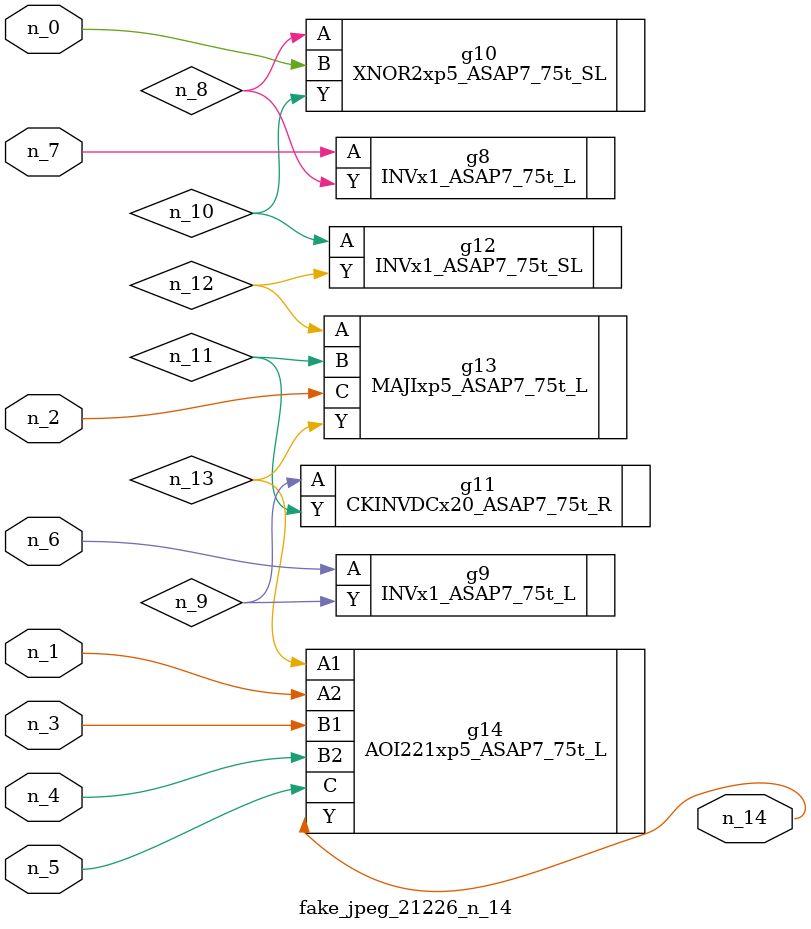
<source format=v>
module fake_jpeg_21226_n_14 (n_3, n_2, n_1, n_0, n_4, n_6, n_5, n_7, n_14);

input n_3;
input n_2;
input n_1;
input n_0;
input n_4;
input n_6;
input n_5;
input n_7;

output n_14;

wire n_13;
wire n_11;
wire n_10;
wire n_12;
wire n_8;
wire n_9;

INVx1_ASAP7_75t_L g8 ( 
.A(n_7),
.Y(n_8)
);

INVx1_ASAP7_75t_L g9 ( 
.A(n_6),
.Y(n_9)
);

XNOR2xp5_ASAP7_75t_SL g10 ( 
.A(n_8),
.B(n_0),
.Y(n_10)
);

INVx1_ASAP7_75t_SL g12 ( 
.A(n_10),
.Y(n_12)
);

CKINVDCx20_ASAP7_75t_R g11 ( 
.A(n_9),
.Y(n_11)
);

MAJIxp5_ASAP7_75t_L g13 ( 
.A(n_12),
.B(n_11),
.C(n_2),
.Y(n_13)
);

AOI221xp5_ASAP7_75t_L g14 ( 
.A1(n_13),
.A2(n_1),
.B1(n_3),
.B2(n_4),
.C(n_5),
.Y(n_14)
);


endmodule
</source>
